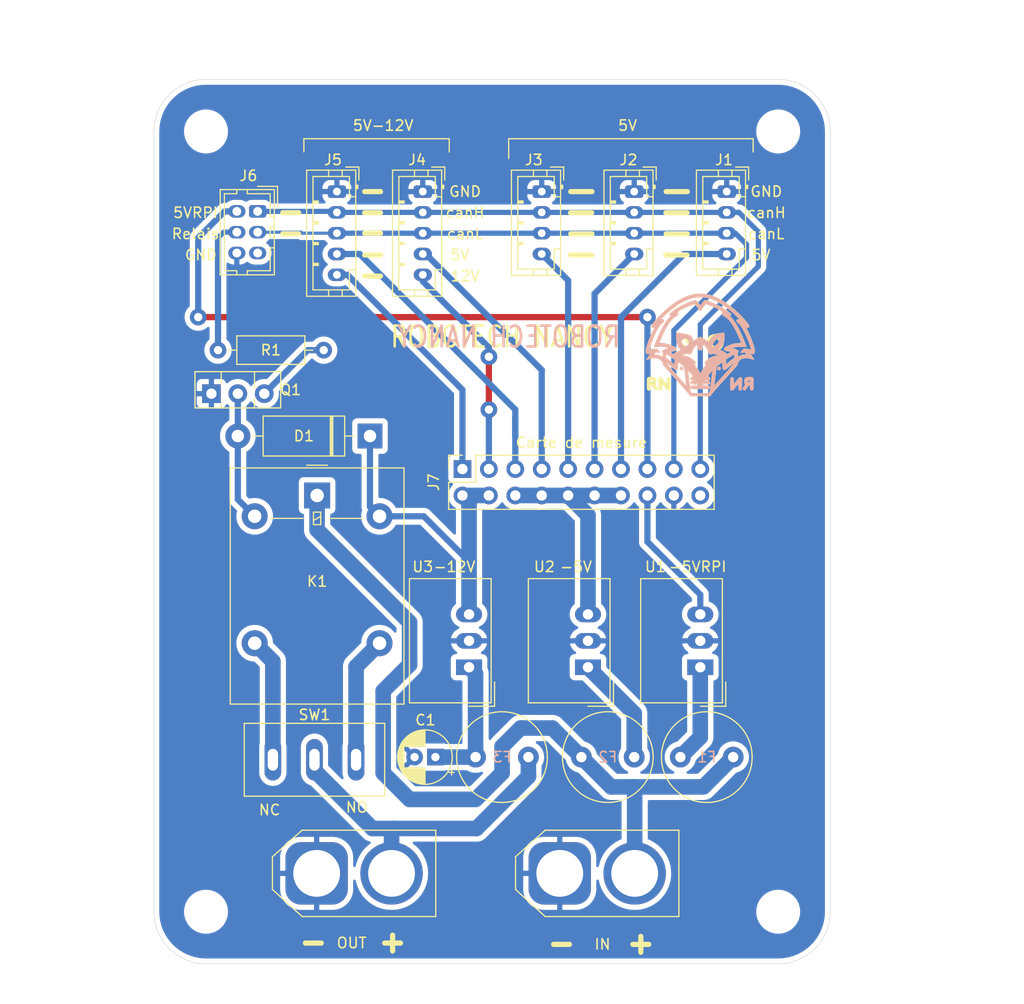
<source format=kicad_pcb>
(kicad_pcb (version 20211014) (generator pcbnew)
  (layers (0 "F.Cu" signal) (31 "B.Cu" signal) (34 "B.Paste" user) (35 "F.Paste" user) (36 "B.SilkS" user "B.Silkscreen") (37 "F.SilkS" user "F.Silkscreen") (38 "B.Mask" user) (39 "F.Mask" user) (44 "Edge.Cuts" user))
  (net 0 "")
  (net 1 "5Vout1")
  (net 2 "can_L")
  (net 3 "can_H")
  (net 4 "GND")
  (net 5 "5Vout2")
  (net 6 "5Vout3")
  (net 7 "12Vout1")
  (net 8 "cmd_relais")
  (net 9 "5VRPI")
  (net 10 "12Vout2")
  (net 11 "5V")
  (net 12 "VbattRelay")
  (net 13 "Net-(D1-Pad2)")
  (net 14 "Vbatt")
  (net 15 "12V")
  (net 16 "5Vout4")
  (net 17 "5Vout5")
  (net 18 "Net-(J7-Pad16)")
  (net 21 "Net-(Q1-Pad3)")
  (net 22 "Net-(F3-Pad1)")
  (net 23 "Net-(F1-Pad1)")
  (net 24 "Net-(F2-Pad1)")
  (net 25 "Net-(K1-Pad3)")
  (net 26 "Net-(K1-Pad4)")
  (footprint "Connector_JST:JST_PH_B4B-PH-K_1x04_P2.00mm_Vertical" (layer "F.Cu") (at 143.002 46.228 -90)
    (fp_text reference "J1" (at -3.048 0.254 180) (layer "F.SilkS"))
    (fp_text value "Conn_01x04")
    (pad "1" thru_hole roundrect locked (at 0 0 270) (size 1.2 1.75) (drill 0.75) (layers *.Cu *.Mask) (roundrect_rratio 0.208333) (net 4 "GND"))
    (pad "2" thru_hole oval locked (at 2 0 270) (size 1.2 1.75) (drill 0.75) (layers *.Cu *.Mask) (net 3 "can_H"))
    (pad "3" thru_hole oval locked (at 4 0 270) (size 1.2 1.75) (drill 0.75) (layers *.Cu *.Mask) (net 2 "can_L"))
    (pad "4" thru_hole oval locked (at 6 0 270) (size 1.2 1.75) (drill 0.75) (layers *.Cu *.Mask) (net 1 "5Vout1"))
  )
  (footprint "Connector_JST:JST_PH_B4B-PH-K_1x04_P2.00mm_Vertical" (layer "F.Cu") (at 134.112 46.228 -90)
    (fp_text reference "J2" (at -3.048 0.55 180) (layer "F.SilkS"))
    (fp_text value "Conn_01x04")
    (pad "1" thru_hole roundrect locked (at 0 0 270) (size 1.2 1.75) (drill 0.75) (layers *.Cu *.Mask) (roundrect_rratio 0.208333) (net 4 "GND"))
    (pad "2" thru_hole oval locked (at 2 0 270) (size 1.2 1.75) (drill 0.75) (layers *.Cu *.Mask) (net 3 "can_H"))
    (pad "3" thru_hole oval locked (at 4 0 270) (size 1.2 1.75) (drill 0.75) (layers *.Cu *.Mask) (net 2 "can_L"))
    (pad "4" thru_hole oval locked (at 6 0 270) (size 1.2 1.75) (drill 0.75) (layers *.Cu *.Mask) (net 5 "5Vout2"))
  )
  (footprint "Connector_JST:JST_PH_B4B-PH-K_1x04_P2.00mm_Vertical" (layer "F.Cu") (at 125.222 46.228 -90)
    (fp_text reference "J3" (at -3.048 0.762 180) (layer "F.SilkS"))
    (fp_text value "Conn_01x04")
    (pad "1" thru_hole roundrect locked (at 0 0 270) (size 1.2 1.75) (drill 0.75) (layers *.Cu *.Mask) (roundrect_rratio 0.208333) (net 4 "GND"))
    (pad "2" thru_hole oval locked (at 2 0 270) (size 1.2 1.75) (drill 0.75) (layers *.Cu *.Mask) (net 3 "can_H"))
    (pad "3" thru_hole oval locked (at 4 0 270) (size 1.2 1.75) (drill 0.75) (layers *.Cu *.Mask) (net 2 "can_L"))
    (pad "4" thru_hole oval locked (at 6 0 270) (size 1.2 1.75) (drill 0.75) (layers *.Cu *.Mask) (net 6 "5Vout3"))
  )
  (footprint "Connector_JST:JST_PH_B5B-PH-K_1x05_P2.00mm_Vertical" (layer "F.Cu") (at 113.792 46.228 -90)
    (fp_text reference "J4" (at -3.048 0.55 180) (layer "F.SilkS"))
    (fp_text value "Conn_01x05")
    (pad "1" thru_hole roundrect locked (at 0 0 270) (size 1.2 1.75) (drill 0.75) (layers *.Cu *.Mask) (roundrect_rratio 0.208333) (net 4 "GND"))
    (pad "2" thru_hole oval locked (at 2 0 270) (size 1.2 1.75) (drill 0.75) (layers *.Cu *.Mask) (net 3 "can_H"))
    (pad "3" thru_hole oval locked (at 4 0 270) (size 1.2 1.75) (drill 0.75) (layers *.Cu *.Mask) (net 2 "can_L"))
    (pad "4" thru_hole oval locked (at 6 0 270) (size 1.2 1.75) (drill 0.75) (layers *.Cu *.Mask) (net 16 "5Vout4"))
    (pad "5" thru_hole oval locked (at 8 0 270) (size 1.2 1.75) (drill 0.75) (layers *.Cu *.Mask) (net 7 "12Vout1"))
  )
  (footprint "Connector_JST:JST_PH_B5B-PH-K_1x05_P2.00mm_Vertical" (layer "F.Cu") (at 105.537 46.228 -90)
    (fp_text reference "J5" (at -3.048 0.381 180) (layer "F.SilkS"))
    (fp_text value "Conn_01x05")
    (pad "1" thru_hole roundrect locked (at 0 0 270) (size 1.2 1.75) (drill 0.75) (layers *.Cu *.Mask) (roundrect_rratio 0.208333) (net 4 "GND"))
    (pad "2" thru_hole oval locked (at 2 0 270) (size 1.2 1.75) (drill 0.75) (layers *.Cu *.Mask) (net 3 "can_H"))
    (pad "3" thru_hole oval locked (at 4 0 270) (size 1.2 1.75) (drill 0.75) (layers *.Cu *.Mask) (net 2 "can_L"))
    (pad "4" thru_hole oval locked (at 6 0 270) (size 1.2 1.75) (drill 0.75) (layers *.Cu *.Mask) (net 17 "5Vout5"))
    (pad "5" thru_hole oval locked (at 8 0 270) (size 1.2 1.75) (drill 0.75) (layers *.Cu *.Mask) (net 10 "12Vout2"))
  )
  (footprint "Relay_THT:Relay_SPDT_Omron-G5LE-1" (layer "F.Cu") (at 103.632 75.438)
    (fp_text reference "K1" (at 0 8.255) (layer "F.SilkS"))
    (fp_text value "G5LE-1")
    (pad "1" thru_hole rect locked (at 0 0) (size 2.5 2.5) (drill 1.3) (layers *.Cu *.Mask) (net 14 "Vbatt"))
    (pad "2" thru_hole oval locked (at -6 2) (size 2.5 2.5) (drill 1.3) (layers *.Cu *.Mask) (net 13 "Net-(D1-Pad2)"))
    (pad "3" thru_hole oval locked (at -6 14.2) (size 2.5 2.5) (drill 1.3) (layers *.Cu *.Mask) (net 25 "Net-(K1-Pad3)"))
    (pad "4" thru_hole oval locked (at 6 14.2) (size 2.5 2.5) (drill 1.3) (layers *.Cu *.Mask) (net 26 "Net-(K1-Pad4)"))
    (pad "5" thru_hole oval locked (at 6 2) (size 2.5 2.5) (drill 1.3) (layers *.Cu *.Mask) (net 15 "12V"))
  )
  (footprint "Converter_DCDC:Converter_DCDC_TRACO_TSR-1_THT" (layer "F.Cu") (at 129.667 91.948 90)
    (fp_text reference "U2" (at 9.652 -4.191 180) (layer "F.SilkS"))
    (fp_text value "TSR_2-2450")
    (pad "1" thru_hole rect locked (at 0 0 90) (size 1.5 2.5) (drill 1) (layers *.Cu *.Mask) (net 24 "Net-(F2-Pad1)"))
    (pad "2" thru_hole oval locked (at 2.54 0 90) (size 1.5 2.5) (drill 1) (layers *.Cu *.Mask) (net 4 "GND"))
    (pad "3" thru_hole oval locked (at 5.08 0 90) (size 1.5 2.5) (drill 1) (layers *.Cu *.Mask) (net 11 "5V"))
  )
  (footprint "Converter_DCDC:Converter_DCDC_TRACO_TSR-1_THT" (layer "F.Cu") (at 118.237 91.948 90)
    (fp_text reference "U3" (at 9.652 -4.445 180) (layer "F.SilkS"))
    (fp_text value "TSR_2-24120")
    (pad "1" thru_hole rect locked (at 0 0 90) (size 1.5 2.5) (drill 1) (layers *.Cu *.Mask) (net 22 "Net-(F3-Pad1)"))
    (pad "2" thru_hole oval locked (at 2.54 0 90) (size 1.5 2.5) (drill 1) (layers *.Cu *.Mask) (net 4 "GND"))
    (pad "3" thru_hole oval locked (at 5.08 0 90) (size 1.5 2.5) (drill 1) (layers *.Cu *.Mask) (net 15 "12V"))
  )
  (footprint "Connector_PinSocket_2.54mm:PinSocket_2x10_P2.54mm_Vertical" (layer "F.Cu") (at 117.602 72.898 90)
    (fp_text reference "J7" (at -1.27 -2.77 90) (layer "F.SilkS"))
    (fp_text value "Conn_02x10_Odd_Even")
    (pad "1" thru_hole rect locked (at 0 0 90) (size 1.7 1.7) (drill 1) (layers *.Cu *.Mask) (net 10 "12Vout2"))
    (pad "2" thru_hole oval locked (at -2.54 0 90) (size 1.7 1.7) (drill 1) (layers *.Cu *.Mask) (net 15 "12V"))
    (pad "3" thru_hole oval locked (at 0 2.54 90) (size 1.7 1.7) (drill 1) (layers *.Cu *.Mask) (net 7 "12Vout1"))
    (pad "4" thru_hole oval locked (at -2.54 2.54 90) (size 1.7 1.7) (drill 1) (layers *.Cu *.Mask) (net 15 "12V"))
    (pad "5" thru_hole oval locked (at 0 5.08 90) (size 1.7 1.7) (drill 1) (layers *.Cu *.Mask) (net 17 "5Vout5"))
    (pad "6" thru_hole oval locked (at -2.54 5.08 90) (size 1.7 1.7) (drill 1) (layers *.Cu *.Mask) (net 11 "5V"))
    (pad "7" thru_hole oval locked (at 0 7.62 90) (size 1.7 1.7) (drill 1) (layers *.Cu *.Mask) (net 16 "5Vout4"))
    (pad "8" thru_hole oval locked (at -2.54 7.62 90) (size 1.7 1.7) (drill 1) (layers *.Cu *.Mask) (net 11 "5V"))
    (pad "9" thru_hole oval locked (at 0 10.16 90) (size 1.7 1.7) (drill 1) (layers *.Cu *.Mask) (net 6 "5Vout3"))
    (pad "10" thru_hole oval locked (at -2.54 10.16 90) (size 1.7 1.7) (drill 1) (layers *.Cu *.Mask) (net 11 "5V"))
    (pad "11" thru_hole oval locked (at 0 12.7 90) (size 1.7 1.7) (drill 1) (layers *.Cu *.Mask) (net 5 "5Vout2"))
    (pad "12" thru_hole oval locked (at -2.54 12.7 90) (size 1.7 1.7) (drill 1) (layers *.Cu *.Mask) (net 11 "5V"))
    (pad "13" thru_hole oval locked (at 0 15.24 90) (size 1.7 1.7) (drill 1) (layers *.Cu *.Mask) (net 1 "5Vout1"))
    (pad "14" thru_hole oval locked (at -2.54 15.24 90) (size 1.7 1.7) (drill 1) (layers *.Cu *.Mask) (net 11 "5V"))
    (pad "15" thru_hole oval locked (at 0 17.78 90) (size 1.7 1.7) (drill 1) (layers *.Cu *.Mask) (net 9 "5VRPI"))
    (pad "16" thru_hole oval locked (at -2.54 17.78 90) (size 1.7 1.7) (drill 1) (layers *.Cu *.Mask) (net 18 "Net-(J7-Pad16)"))
    (pad "17" thru_hole oval locked (at 0 20.32 90) (size 1.7 1.7) (drill 1) (layers *.Cu *.Mask) (net 2 "can_L"))
    (pad "18" thru_hole oval locked (at -2.54 20.32 90) (size 1.7 1.7) (drill 1) (layers *.Cu *.Mask) (net 4 "GND"))
    (pad "19" thru_hole oval locked (at 0 22.86 90) (size 1.7 1.7) (drill 1) (layers *.Cu *.Mask) (net 3 "can_H"))
    (pad "20" thru_hole oval locked (at -2.54 22.86 90) (size 1.7 1.7) (drill 1) (layers *.Cu *.Mask))
  )
  (footprint "Connector_Hirose:Hirose_DF11-6DP-2DSA_2x03_P2.00mm_Vertical" (layer "F.Cu") (at 97.917 48.133 -90)
    (fp_text reference "J6" (at -3.429 0.889 180) (layer "F.SilkS"))
    (fp_text value "Conn_02x03_Odd_Even")
    (pad "1" thru_hole roundrect locked (at 0 0 270) (size 1.2 1.65) (drill 0.85) (layers *.Cu *.Mask) (roundrect_rratio 0.208333) (net 3 "can_H"))
    (pad "2" thru_hole oval locked (at 0 2 270) (size 1.2 1.65) (drill 0.85) (layers *.Cu *.Mask) (net 9 "5VRPI"))
    (pad "3" thru_hole oval locked (at 2 0 270) (size 1.2 1.65) (drill 0.85) (layers *.Cu *.Mask) (net 2 "can_L"))
    (pad "4" thru_hole oval locked (at 2 2 270) (size 1.2 1.65) (drill 0.85) (layers *.Cu *.Mask) (net 8 "cmd_relais"))
    (pad "5" thru_hole oval locked (at 4 0 270) (size 1.2 1.65) (drill 0.85) (layers *.Cu *.Mask))
    (pad "6" thru_hole oval locked (at 4 2 270) (size 1.2 1.65) (drill 0.85) (layers *.Cu *.Mask) (net 4 "GND"))
  )
  (footprint "Diode_THT:D_DO-15_P12.70mm_Horizontal" (layer "F.Cu") (at 108.712 69.723 180)
    (fp_text reference "D1" (at 6.35 0) (layer "F.SilkS"))
    (fp_text value "D")
    (pad "1" thru_hole rect locked (at 0 0 180) (size 2.4 2.4) (drill 1.2) (layers *.Cu *.Mask) (net 15 "12V"))
    (pad "2" thru_hole oval locked (at 12.7 0 180) (size 2.4 2.4) (drill 1.2) (layers *.Cu *.Mask) (net 13 "Net-(D1-Pad2)"))
  )
  (footprint "Converter_DCDC:Converter_DCDC_TRACO_TSR-1_THT" (layer "F.Cu") (at 140.462 91.948 90)
    (fp_text reference "U1" (at 9.652 -4.318 180) (layer "F.SilkS"))
    (fp_text value "TSR_2-2450")
    (pad "1" thru_hole rect locked (at 0 0 90) (size 1.5 2.5) (drill 1) (layers *.Cu *.Mask) (net 23 "Net-(F1-Pad1)"))
    (pad "2" thru_hole oval locked (at 2.54 0 90) (size 1.5 2.5) (drill 1) (layers *.Cu *.Mask) (net 4 "GND"))
    (pad "3" thru_hole oval locked (at 5.08 0 90) (size 1.5 2.5) (drill 1) (layers *.Cu *.Mask) (net 18 "Net-(J7-Pad16)"))
  )
  (footprint "Resistor_THT:R_Axial_DIN0207_L6.3mm_D2.5mm_P10.16mm_Horizontal" (layer "F.Cu") (at 104.267 61.468 180)
    (fp_text reference "R1" (at 5.08 0) (layer "F.SilkS"))
    (fp_text value "18000")
    (pad "1" thru_hole circle locked (at 0 0 180) (size 1.6 1.6) (drill 0.8) (layers *.Cu *.Mask) (net 21 "Net-(Q1-Pad3)"))
    (pad "2" thru_hole oval locked (at 10.16 0 180) (size 1.6 1.6) (drill 0.8) (layers *.Cu *.Mask) (net 8 "cmd_relais"))
  )
  (footprint "MountingHole:MountingHole_3.2mm_M3" (layer "F.Cu") (at 147.952 40.448)
    (fp_text reference "REF**" hide)
    (fp_text value "MountingHole_3.2mm_M3")
    (pad "" np_thru_hole circle locked (at 0 0) (size 3.2 3.2) (drill 3.2) (layers *.Cu *.Mask))
  )
  (footprint "MountingHole:MountingHole_3.2mm_M3" (layer "F.Cu") (at 92.952 115.448)
    (fp_text reference "REF**" hide)
    (fp_text value "MountingHole_3.2mm_M3")
    (pad "" np_thru_hole circle locked (at 0 0) (size 3.2 3.2) (drill 3.2) (layers *.Cu *.Mask))
  )
  (footprint "Connector_AMASS:AMASS_XT60-F_1x02_P7.20mm_Vertical" (layer "F.Cu") (at 126.956 111.76)
    (fp_text reference "J8" hide)
    (fp_text value "24V in")
    (pad "1" thru_hole roundrect locked (at 0 0) (size 6 6) (drill 4.5) (layers *.Cu *.Mask) (net 4 "GND"))
    (pad "2" thru_hole circle locked (at 7.2 0) (size 6 6) (drill 4.5) (layers *.Cu *.Mask) (net 14 "Vbatt"))
  )
  (footprint "Connector_AMASS:AMASS_XT60-F_1x02_P7.20mm_Vertical" (layer "F.Cu") (at 103.588 111.76)
    (fp_text reference "J9" hide)
    (fp_text value "24V out")
    (pad "1" thru_hole roundrect locked (at 0 0) (size 6 6) (drill 4.5) (layers *.Cu *.Mask) (net 4 "GND"))
    (pad "2" thru_hole circle locked (at 7.2 0) (size 6 6) (drill 4.5) (layers *.Cu *.Mask) (net 12 "VbattRelay"))
  )
  (footprint "Logos:logoRobotechNancy10x10" (layer "F.Cu") (at 140.462 60.833)
    (fp_text reference "G***" hide)
    (fp_text value "LOGO" hide)
  )
  (footprint "Package_TO_SOT_THT:TO-126-3_Vertical" (layer "F.Cu") (at 93.472 65.653)
    (fp_text reference "Q1" (at 7.62 -0.375) (layer "F.SilkS"))
    (fp_text value "BD135")
    (pad "1" thru_hole rect locked (at 0 0) (size 1.8 1.8) (drill 1) (layers *.Cu *.Mask) (net 4 "GND"))
    (pad "2" thru_hole oval locked (at 2.54 0) (size 1.8 1.8) (drill 1) (layers *.Cu *.Mask) (net 13 "Net-(D1-Pad2)"))
    (pad "3" thru_hole oval locked (at 5.08 0) (size 1.8 1.8) (drill 1) (layers *.Cu *.Mask) (net 21 "Net-(Q1-Pad3)"))
  )
  (footprint "MountingHole:MountingHole_3.2mm_M3" (layer "F.Cu") (at 92.952 40.448)
    (fp_text reference "REF**" hide)
    (fp_text value "MountingHole_3.2mm_M3")
    (pad "" np_thru_hole circle locked (at 0 0) (size 3.2 3.2) (drill 3.2) (layers *.Cu *.Mask))
  )
  (footprint "MountingHole:MountingHole_3.2mm_M3" (layer "F.Cu") (at 147.952 115.448)
    (fp_text reference "REF**" hide)
    (fp_text value "MountingHole_3.2mm_M3")
    (pad "" np_thru_hole circle locked (at 0 0) (size 3.2 3.2) (drill 3.2) (layers *.Cu *.Mask))
  )
  (footprint "Fuse:Fuse_Littelfuse_372_D8.50mm" (layer "F.Cu") (at 134.112 100.584 180)
    (fp_text reference "F2" (at 2.54 0 180) (layer "B.SilkS") (effects (justify mirror)))
    (fp_text value "500mA")
    (pad "1" thru_hole circle locked (at 0 0 180) (size 2 2) (drill 1) (layers *.Cu *.Mask) (net 24 "Net-(F2-Pad1)"))
    (pad "2" thru_hole circle locked (at 5.08 0 180) (size 2 2) (drill 1) (layers *.Cu *.Mask) (net 14 "Vbatt"))
  )
  (footprint "Capacitor_THT:CP_Radial_D5.0mm_P2.00mm" (layer "F.Cu") (at 115.001113 100.584 180)
    (fp_text reference "C1" (at 0.955113 3.556) (layer "F.SilkS"))
    (fp_text value "22uF")
    (pad "1" thru_hole rect locked (at 0 0 180) (size 1.6 1.6) (drill 0.8) (layers *.Cu *.Mask) (net 22 "Net-(F3-Pad1)"))
    (pad "2" thru_hole circle locked (at 2 0 180) (size 1.6 1.6) (drill 0.8) (layers *.Cu *.Mask) (net 4 "GND"))
  )
  (footprint "Autre:Switch_3_Pin" (layer "F.Cu") (at 103.378 100.838)
    (fp_text reference "SW1" (at 0 -4.318) (layer "F.SilkS"))
    (fp_text value "SW_DPDT_x2")
    (pad "1" thru_hole oval (at -4 0) (size 1.6 4) (drill oval 1 2.1) (layers *.Cu *.Mask) (net 25 "Net-(K1-Pad3)"))
    (pad "2" thru_hole oval (at 0 0) (size 1.6 4) (drill oval 1 2.1) (layers *.Cu *.Mask) (net 12 "VbattRelay"))
    (pad "3" thru_hole oval (at 4 0) (size 1.6 4) (drill oval 1 2.1) (layers *.Cu *.Mask) (net 26 "Net-(K1-Pad4)"))
  )
  (footprint "Fuse:Fuse_Littelfuse_372_D8.50mm" (layer "F.Cu") (at 118.862 100.584)
    (fp_text reference "F3" (at 2.54 0) (layer "B.SilkS") (effects (justify mirror)))
    (fp_text value "500mA")
    (pad "1" thru_hole circle locked (at 0 0) (size 2 2) (drill 1) (layers *.Cu *.Mask) (net 22 "Net-(F3-Pad1)"))
    (pad "2" thru_hole circle locked (at 5.08 0) (size 2 2) (drill 1) (layers *.Cu *.Mask) (net 12 "VbattRelay"))
  )
  (footprint "Fuse:Fuse_Littelfuse_372_D8.50mm" (layer "F.Cu") (at 138.547 100.584)
    (fp_text reference "F1" (at 2.54 0) (layer "B.SilkS") (effects (justify mirror)))
    (fp_text value "500mA")
    (pad "1" thru_hole circle locked (at 0 0) (size 2 2) (drill 1) (layers *.Cu *.Mask) (net 23 "Net-(F1-Pad1)"))
    (pad "2" thru_hole circle locked (at 5.08 0) (size 2 2) (drill 1) (layers *.Cu *.Mask) (net 14 "Vbatt"))
  )
  (footprint "Logos:logoRobotechNancy10x10" (layer "B.Cu") (at 140.462 60.833 180)
    (fp_text reference "G***" hide)
    (fp_text value "LOGO" hide)
  )
  (gr_line (start 137.18302 46.23117) (end 139.21502 46.23117) (layer "F.SilkS") (width 0.5))
  (gr_line (start 122.047 43.053) (end 122.047 41.148) (layer "F.SilkS") (width 0.12))
  (gr_line (start 122.047 41.148) (end 145.542 41.148) (layer "F.SilkS") (width 0.12))
  (gr_line (start 108.204 52.324) (end 109.728 52.324) (layer "F.SilkS") (width 0.5))
  (gr_line (start 116.332 41.148) (end 102.362 41.148) (layer "F.SilkS") (width 0.12))
  (gr_line (start 108.204 48.26) (end 109.728 48.26) (layer "F.SilkS") (width 0.5))
  (gr_line (start 137.18302 50.29517) (end 139.21502 50.29517) (layer "F.SilkS") (width 0.5))
  (gr_line (start 100.33 50.292) (end 101.854 50.292) (layer "F.SilkS") (width 0.5))
  (gr_line (start 127.99298 48.259999) (end 130.02498 48.259999) (layer "F.SilkS") (width 0.5))
  (gr_line (start 108.204 50.228) (end 109.728 50.228) (layer "F.SilkS") (width 0.5))
  (gr_line (start 128.016 50.292) (end 130.048 50.292) (layer "F.SilkS") (width 0.5))
  (gr_line (start 145.542 41.148) (end 145.542 42.418) (layer "F.SilkS") (width 0.12))
  (gr_line (start 116.332 42.418) (end 116.332 41.148) (layer "F.SilkS") (width 0.12))
  (gr_line (start 102.362 41.148) (end 102.362 42.418) (layer "F.SilkS") (width 0.12))
  (gr_line (start 127.99298 52.32083) (end 130.02498 52.32083) (layer "F.SilkS") (width 0.5))
  (gr_line (start 137.16 52.324) (end 139.192 52.324) (layer "F.SilkS") (width 0.5))
  (gr_line (start 108.204 46.228) (end 109.728 46.228) (layer "F.SilkS") (width 0.5))
  (gr_line (start 137.16 48.263169) (end 139.192 48.263169) (layer "F.SilkS") (width 0.5))
  (gr_line (start 108.204 54.356) (end 109.728 54.356) (layer "F.SilkS") (width 0.5))
  (gr_line (start 128.016 46.228) (end 130.048 46.228) (layer "F.SilkS") (width 0.5))
  (gr_line (start 100.33 48.26) (end 101.854 48.26) (layer "F.SilkS") (width 0.5))
  (gr_line (start 147.952 120.448) (end 92.952 120.448) (layer "Edge.Cuts") (width 0.05))
  (gr_arc (start 87.952 40.448) (mid 89.416466 36.912466) (end 92.952 35.448) (layer "Edge.Cuts") (width 0.05))
  (gr_line (start 152.952 40.448) (end 152.952 115.448) (layer "Edge.Cuts") (width 0.05))
  (gr_arc (start 147.952 35.448) (mid 151.487534 36.912466) (end 152.952 40.448) (layer "Edge.Cuts") (width 0.05))
  (gr_arc (start 152.952 115.448) (mid 151.487534 118.983534) (end 147.952 120.448) (layer "Edge.Cuts") (width 0.05))
  (gr_line (start 87.952 40.448) (end 87.952 115.448) (layer "Edge.Cuts") (width 0.05))
  (gr_arc (start 92.952 120.448) (mid 89.416466 118.983534) (end 87.952 115.448) (layer "Edge.Cuts") (width 0.05))
  (gr_line (start 92.952 35.448) (end 147.952 35.448) (layer "Edge.Cuts") (width 0.05))
  (gr_text "ROBOTECH NANCY" (at 122.047 60.198) (layer "B.SilkS") (effects (font (size 2 1.6) (thickness 0.25)) (justify mirror)))
  (gr_text "canH\n" (at 117.856 48.26) (layer "F.SilkS") (effects (font (size 1 1))))
  (gr_text "canL\n" (at 146.812 50.292) (layer "F.SilkS") (effects (font (size 1 1))))
  (gr_text "IN" (at 131.064 118.575) (layer "F.SilkS") (effects (font (size 1 1))))
  (gr_text "-12V" (at 116.84 82.296) (layer "F.SilkS") (effects (font (size 1 1))))
  (gr_text "canL\n" (at 117.856 50.292) (layer "F.SilkS") (effects (font (size 1 1))))
  (gr_text "+" (at 134.747 118.448) (layer "F.SilkS") (effects (font (size 2 2) (thickness 0.5))))
  (gr_text "NC\n" (at 99.06 105.664) (layer "F.SilkS") (effects (font (size 1 1))))
  (gr_text "Relais" (at 91.948 50.292) (layer "F.SilkS") (effects (font (size 1 1))))
  (gr_text "GND" (at 92.456 52.324) (layer "F.SilkS") (effects (font (size 1 1))))
  (gr_text "-5VRPI\n" (at 140.208 82.296) (layer "F.SilkS") (effects (font (size 1 1))))
  (gr_text "OUT" (at 106.952 118.448) (layer "F.SilkS") (effects (font (size 1 1))))
  (gr_text "5V\n" (at 117.348 52.324) (layer "F.SilkS") (effects (font (size 1 1))))
  (gr_text "+" (at 110.889 118.321) (layer "F.SilkS") (effects (font (size 2 2) (thickness 0.5))))
  (gr_text "12V\n" (at 117.856 54.356) (layer "F.SilkS") (effects (font (size 1 1))))
  (gr_text "5V" (at 133.477 39.878) (layer "F.SilkS") (effects (font (size 1 1))))
  (gr_text "NO\n" (at 107.442 105.41) (layer "F.SilkS") (effects (font (size 1 1))))
  (gr_text "GND" (at 146.812 46.228) (layer "F.SilkS") (effects (font (size 1 1))))
  (gr_text "Carte de mesure" (at 129.032 70.358) (layer "F.SilkS") (effects (font (size 1 1))))
  (gr_text "-5V\n" (at 128.524 82.296) (layer "F.SilkS") (effects (font (size 1 1))))
  (gr_text "canH\n" (at 146.812 48.26) (layer "F.SilkS") (effects (font (size 1 1))))
  (gr_text "-" (at 103.269 118.321) (layer "F.SilkS") (effects (font (size 2 2) (thickness 0.5))))
  (gr_text "5V-12V" (at 109.982 39.878) (layer "F.SilkS") (effects (font (size 1 1))))
  (gr_text "ROBOTECH NANCY" (at 121.412 60.198) (layer "F.SilkS") (effects (font (size 2 1.6) (thickness 0.25))))
  (gr_text "5V\n" (at 146.304 52.324) (layer "F.SilkS") (effects (font (size 1 1))))
  (gr_text "-" (at 127.127 118.448) (layer "F.SilkS") (effects (font (size 2 2) (thickness 0.5))))
  (gr_text "5VRPI" (at 91.948 48.26) (layer "F.SilkS") (effects (font (size 1 1))))
  (gr_text "GND" (at 117.856 46.228) (layer "F.SilkS") (effects (font (size 1 1))))
  (segment (start 138.907 52.228) (end 143.002 52.228) (width 0.6) (layer "B.Cu") (net 1))
  (segment (start 132.842 58.293) (end 138.907 52.228) (width 0.6) (layer "B.Cu") (net 1))
  (segment (start 132.842 72.898) (end 132.842 58.293) (width 0.6) (layer "B.Cu") (net 1))
  (segment (start 143.827 50.228) (end 143.002 50.228) (width 0.5) (layer "B.Cu") (net 2))
  (segment (start 112.522 50.228) (end 104.902 50.228) (width 0.5) (layer "B.Cu") (net 2))
  (segment (start 102.172 50.228) (end 102.077 50.133) (width 0.3) (layer "B.Cu") (net 2))
  (segment (start 134.112 50.228) (end 125.222 50.228) (width 0.5) (layer "B.Cu") (net 2))
  (segment (start 144.907 51.308) (end 143.827 50.228) (width 0.5) (layer "B.Cu") (net 2))
  (segment (start 137.922 59.563) (end 144.907 52.578) (width 0.5) (layer "B.Cu") (net 2))
  (segment (start 102.077 50.133) (end 97.917 50.133) (width 0.3) (layer "B.Cu") (net 2))
  (segment (start 137.922 72.898) (end 137.922 59.563) (width 0.5) (layer "B.Cu") (net 2))
  (segment (start 125.222 50.228) (end 112.522 50.228) (width 0.5) (layer "B.Cu") (net 2))
  (segment (start 143.002 50.228) (end 134.112 50.228) (width 0.5) (layer "B.Cu") (net 2))
  (segment (start 102.172 50.228) (end 105.537 50.228) (width 0.3) (layer "B.Cu") (net 2))
  (segment (start 144.907 52.578) (end 144.907 51.308) (width 0.5) (layer "B.Cu") (net 2))
  (segment (start 134.112 48.228) (end 143.002 48.228) (width 0.5) (layer "B.Cu") (net 3))
  (segment (start 105.442 48.133) (end 105.537 48.228) (width 0.3) (layer "B.Cu") (net 3))
  (segment (start 146.04201 50.09301) (end 146.04201 53.42011) (width 0.5) (layer "B.Cu") (net 3))
  (segment (start 125.222 48.228) (end 133.730517 48.228) (width 0.5) (layer "B.Cu") (net 3))
  (segment (start 140.462 59.00012) (end 140.462 72.898) (width 0.5) (layer "B.Cu") (net 3))
  (segment (start 125.222 48.228) (end 112.522 48.228) (width 0.5) (layer "B.Cu") (net 3))
  (segment (start 97.917 48.133) (end 105.442 48.133) (width 0.5) (layer "B.Cu") (net 3))
  (segment (start 146.04201 53.42011) (end 140.462 59.00012) (width 0.5) (layer "B.Cu") (net 3))
  (segment (start 133.730517 48.228) (end 134.112 48.228) (width 0.5) (layer "B.Cu") (net 3))
  (segment (start 144.177 48.228) (end 146.04201 50.09301) (width 0.5) (layer "B.Cu") (net 3))
  (segment (start 143.002 48.228) (end 144.177 48.228) (width 0.5) (layer "B.Cu") (net 3))
  (segment (start 104.902 48.228) (end 112.522 48.228) (width 0.5) (layer "B.Cu") (net 3))
  (segment (start 130.302 72.898) (end 130.302 56.038) (width 0.6) (layer "B.Cu") (net 5))
  (segment (start 130.302 56.038) (end 134.112 52.228) (width 0.6) (layer "B.Cu") (net 5))
  (segment (start 127.762 72.898) (end 127.762 54.768) (width 0.6) (layer "B.Cu") (net 6))
  (segment (start 127.762 54.768) (end 125.222 52.228) (width 0.6) (layer "B.Cu") (net 6))
  (segment (start 120.142 62.103) (end 120.142 67.183) (width 0.6) (layer "F.Cu") (net 7))
  (via (at 120.142 67.183) (size 1.6) (drill 0.8) (layers "F.Cu" "B.Cu") (net 7))
  (via (at 120.142 62.103) (size 1.6) (drill 0.8) (layers "F.Cu" "B.Cu") (net 7))
  (segment (start 120.142 62.103) (end 120.142 61.213) (width 0.6) (layer "B.Cu") (net 7))
  (segment (start 120.142 61.213) (end 118.3645 59.4355) (width 0.6) (layer "B.Cu") (net 7))
  (segment (start 113.792 54.863) (end 113.792 54.228) (width 0.6) (layer "B.Cu") (net 7))
  (segment (start 120.142 72.898) (end 120.142 67.183) (width 0.6) (layer "B.Cu") (net 7))
  (segment (start 118.3645 59.4355) (end 113.792 54.863) (width 0.6) (layer "B.Cu") (net 7))
  (segment (start 94.107 61.468) (end 94.107 50.673) (width 0.6) (layer "B.Cu") (net 8))
  (segment (start 94.647 50.133) (end 94.107 50.673) (width 0.5) (layer "B.Cu") (net 8))
  (segment (start 95.917 50.133) (end 94.647 50.133) (width 0.5) (layer "B.Cu") (net 8))
  (segment (start 135.382 58.293) (end 92.202 58.293) (width 0.6) (layer "F.Cu") (net 9))
  (via (at 135.382 58.293) (size 1.6) (drill 0.8) (layers "F.Cu" "B.Cu") (net 9))
  (via (at 92.202 58.293) (size 1.6) (drill 0.8) (layers "F.Cu" "B.Cu") (net 9))
  (segment (start 95.917 48.133) (end 94.742 48.133) (width 0.6) (layer "B.Cu") (net 9))
  (segment (start 135.382 58.293) (end 135.382 72.898) (width 0.6) (layer "B.Cu") (net 9))
  (segment (start 94.742 48.133) (end 92.202 50.673) (width 0.6) (layer "B.Cu") (net 9))
  (segment (start 92.202 50.673) (end 92.202 58.293) (width 0.6) (layer "B.Cu") (net 9))
  (segment (start 117.602 65.278) (end 106.552 54.228) (width 0.6) (layer "B.Cu") (net 10))
  (segment (start 117.602 72.898) (end 117.602 65.278) (width 0.6) (layer "B.Cu") (net 10))
  (segment (start 106.552 54.228) (end 105.537 54.228) (width 0.6) (layer "B.Cu") (net 10))
  (segment (start 125.222 75.438) (end 122.682 75.438) (width 0.6) (layer "B.Cu") (net 11))
  (segment (start 132.842 75.438) (end 130.302 75.438) (width 0.6) (layer "B.Cu") (net 11))
  (segment (start 127.762 75.438) (end 125.222 75.438) (width 0.6) (layer "B.Cu") (net 11))
  (segment (start 122.682 75.438) (end 132.842 75.438) (width 1.5) (layer "B.Cu") (net 11))
  (segment (start 129.667 86.868) (end 129.667 77.343) (width 1.5) (layer "B.Cu") (net 11))
  (segment (start 130.302 75.438) (end 127.762 75.438) (width 0.6) (layer "B.Cu") (net 11))
  (segment (start 129.667 77.343) (end 127.762 75.438) (width 1.5) (layer "B.Cu") (net 11))
  (segment (start 103.378 100.838) (end 103.378 101.874) (width 1.5) (layer "B.Cu") (net 12))
  (segment (start 110.788 111.76) (end 110.788 107.612) (width 1.5) (layer "B.Cu") (net 12))
  (segment (start 110.788 107.612) (end 110.952 107.448) (width 1.5) (layer "B.Cu") (net 12))
  (segment (start 108.952 107.448) (end 110.952 107.448) (width 1.5) (layer "B.Cu") (net 12))
  (segment (start 103.378 101.874) (end 108.952 107.448) (width 1.5) (layer "B.Cu") (net 12))
  (segment (start 110.952 107.448) (end 118.952 107.448) (width 1.5) (layer "B.Cu") (net 12))
  (segment (start 123.942 100.584) (end 123.942 102.458) (width 1.5) (layer "B.Cu") (net 12))
  (segment (start 118.952 107.448) (end 123.942 102.458) (width 1.5) (layer "B.Cu") (net 12))
  (segment (start 96.012 69.723) (end 96.012 75.818) (width 0.6) (layer "B.Cu") (net 13))
  (segment (start 96.012 65.653) (end 96.012 69.723) (width 0.6) (layer "B.Cu") (net 13))
  (segment (start 96.012 75.818) (end 97.632 77.438) (width 0.6) (layer "B.Cu") (net 13))
  (segment (start 121.412 102.108) (end 118.872 104.648) (width 1.5) (layer "B.Cu") (net 14))
  (segment (start 118.872 104.648) (end 112.522 104.648) (width 1.5) (layer "B.Cu") (net 14))
  (segment (start 143.627 100.584) (end 140.763 103.448) (width 1.5) (layer "B.Cu") (net 14))
  (segment (start 140.763 103.448) (end 133.952 103.448) (width 1.5) (layer "B.Cu") (net 14))
  (segment (start 109.982 102.108) (end 109.982 94.234) (width 1.5) (layer "B.Cu") (net 14))
  (segment (start 112.522 104.648) (end 109.982 102.108) (width 1.5) (layer "B.Cu") (net 14))
  (segment (start 126.238 97.79) (end 123.19 97.79) (width 1.5) (layer "B.Cu") (net 14))
  (segment (start 133.952 103.448) (end 131.896 103.448) (width 1.5) (layer "B.Cu") (net 14))
  (segment (start 112.522 91.694) (end 112.522 87.63) (width 1.5) (layer "B.Cu") (net 14))
  (segment (start 103.632 78.74) (end 103.632 75.438) (width 1.5) (layer "B.Cu") (net 14))
  (segment (start 131.896 103.448) (end 129.032 100.584) (width 1.5) (layer "B.Cu") (net 14))
  (segment (start 123.19 97.79) (end 121.412 99.568) (width 1.5) (layer "B.Cu") (net 14))
  (segment (start 134.156 111.76) (end 134.156 103.652) (width 1.5) (layer "B.Cu") (net 14))
  (segment (start 112.522 87.63) (end 103.632 78.74) (width 1.5) (layer "B.Cu") (net 14))
  (segment (start 121.412 99.568) (end 121.412 102.108) (width 1.5) (layer "B.Cu") (net 14))
  (segment (start 134.156 103.652) (end 133.952 103.448) (width 1.5) (layer "B.Cu") (net 14))
  (segment (start 109.982 94.234) (end 112.522 91.694) (width 1.5) (layer "B.Cu") (net 14))
  (segment (start 129.032 100.584) (end 126.238 97.79) (width 1.5) (layer "B.Cu") (net 14))
  (segment (start 118.237 81.788) (end 118.237 76.073) (width 1.5) (layer "B.Cu") (net 15))
  (segment (start 108.712 76.518) (end 109.632 77.438) (width 0.6) (layer "B.Cu") (net 15))
  (segment (start 108.712 69.723) (end 108.712 76.518) (width 0.6) (layer "B.Cu") (net 15))
  (segment (start 117.602 75.438) (end 120.142 75.438) (width 1.5) (layer "B.Cu") (net 15))
  (segment (start 118.237 86.868) (end 118.237 81.788) (width 1.5) (layer "B.Cu") (net 15))
  (segment (start 109.632 77.438) (end 113.887 77.438) (width 0.6) (layer "B.Cu") (net 15))
  (segment (start 113.887 77.438) (end 118.237 81.788) (width 0.6) (layer "B.Cu") (net 15))
  (segment (start 118.237 76.073) (end 117.602 75.438) (width 1.5) (layer "B.Cu") (net 15))
  (segment (start 125.222 63.373) (end 114.077 52.228) (width 0.6) (layer "B.Cu") (net 16))
  (segment (start 125.222 72.898) (end 125.222 63.373) (width 0.6) (layer "B.Cu") (net 16))
  (segment (start 114.077 52.228) (end 113.792 52.228) (width 0.6) (layer "B.Cu") (net 16))
  (segment (start 122.682 67.183) (end 107.727 52.228) (width 0.6) (layer "B.Cu") (net 17))
  (segment (start 122.682 69.723) (end 122.682 67.183) (width 0.6) (layer "B.Cu") (net 17))
  (segment (start 122.682 68.453) (end 122.682 67.898) (width 0.6) (layer "B.Cu") (net 17))
  (segment (start 122.682 72.898) (end 122.682 69.723) (width 0.6) (layer "B.Cu") (net 17))
  (segment (start 107.727 52.228) (end 105.537 52.228) (width 0.6) (layer "B.Cu") (net 17))
  (segment (start 122.682 69.723) (end 122.682 68.453) (width 0.6) (layer "B.Cu") (net 17))
  (segment (start 140.462 86.868) (end 140.462 84.963) (width 0.6) (layer "B.Cu") (net 18))
  (segment (start 140.462 84.963) (end 135.382 79.883) (width 0.6) (layer "B.Cu") (net 18))
  (segment (start 135.382 79.883) (end 135.382 75.438) (width 0.6) (layer "B.Cu") (net 18))
  (segment (start 102.737 61.468) (end 98.552 65.653) (width 0.6) (layer "B.Cu") (net 21))
  (segment (start 104.267 61.468) (end 102.737 61.468) (width 0.6) (layer "B.Cu") (net 21))
  (segment (start 118.862 100.584) (end 118.862 92.573) (width 1.5) (layer "B.Cu") (net 22))
  (segment (start 118.862 92.573) (end 118.237 91.948) (width 1.5) (layer "B.Cu") (net 22))
  (segment (start 118.862 100.584) (end 115.001113 100.584) (width 1.5) (layer "B.Cu") (net 22))
  (segment (start 140.462 91.948) (end 140.462 98.669) (width 1.5) (layer "B.Cu") (net 23))
  (segment (start 140.462 98.669) (end 138.547 100.584) (width 1.5) (layer "B.Cu") (net 23))
  (segment (start 134.112 96.393) (end 129.667 91.948) (width 1.5) (layer "B.Cu") (net 24))
  (segment (start 134.112 100.584) (end 134.112 96.393) (width 1.5) (layer "B.Cu") (net 24))
  (segment (start 97.632 89.638) (end 99.378 91.384) (width 1.5) (layer "B.Cu") (net 25))
  (segment (start 99.378 91.384) (end 99.378 100.838) (width 1.5) (layer "B.Cu") (net 25))
  (segment (start 107.378 91.892) (end 109.632 89.638) (width 1.5) (layer "B.Cu") (net 26))
  (segment (start 107.378 100.838) (end 107.378 91.892) (width 1.5) (layer "B.Cu") (net 26))
  (zone (net 4) (net_name "GND") (layer "B.Cu") (connect_pads (clearance 0.508)) (min_thickness 0.254) (fill yes (thermal_gap 0.508) (thermal_bridge_width 0.508))
    (polygon (pts (xy 171.577 124.333) (xy 73.152 124.333) (xy 73.152 27.813) (xy 171.577 27.813)))
  )
)
</source>
